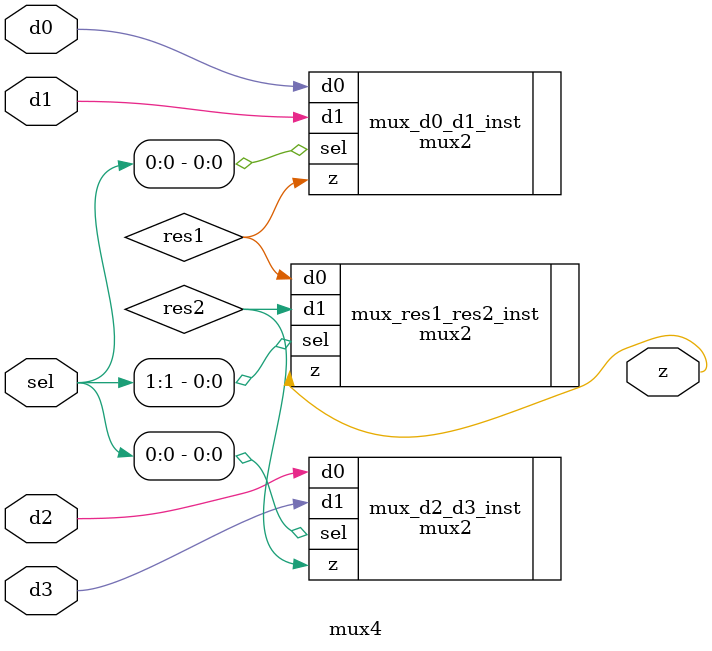
<source format=sv>
module mux4 (
    input logic d0,          // Data input 0
    input logic d1,          // Data input 1
    input logic d2,          // Data input 2
    input logic d3,          // Data input 3
    input logic [1:0] sel,   // Select input
    output logic z           // Output
);

// Put your code here
// ------------------

    // Signal declaration for inner output wires
    logic res1, res2;

    // Gate instantiations
    mux2 mux_d0_d1_inst (
        .d0(d0),
        .d1(d1),
        .sel(sel[0]),
        .z(res1)
    );

    mux2 mux_d2_d3_inst (
        .d0(d2),
        .d1(d3),
        .sel(sel[0]),
        .z(res2)
    );

    mux2 mux_res1_res2_inst (
        .d0(res1),
        .d1(res2),
        .sel(sel[1]),
        .z(z)
    );

// End of your code

endmodule

</source>
